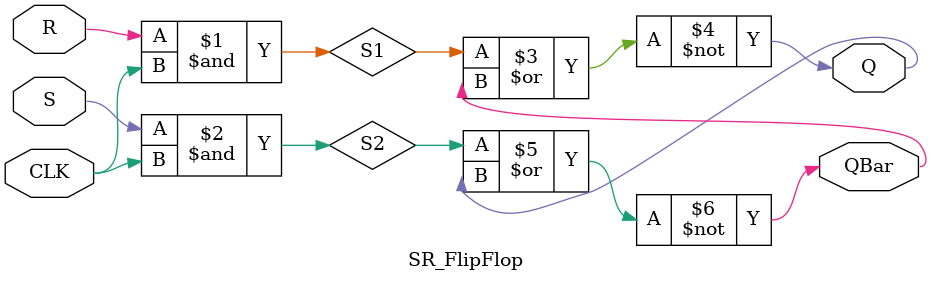
<source format=v>
`timescale 1ns / 1ps


module SR_FlipFlop(R,S,CLK,Q,QBar);

input R,S,CLK;
output Q,QBar;
wire S1,S2;
and A1(S1,R,CLK);
and A2(S2,S,CLK);
nor #1 N1(Q,S1,QBar);
nor #1 N2(QBar,S2,Q);

endmodule

</source>
